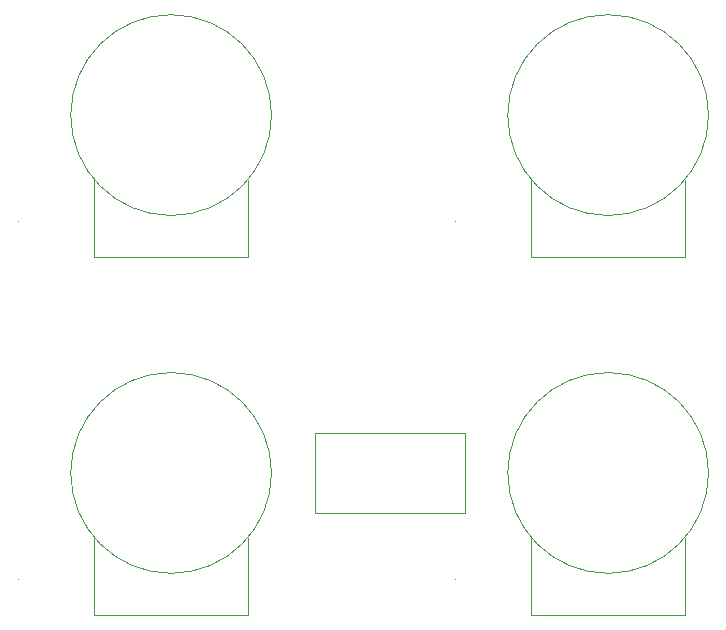
<source format=gbo>
%FSLAX46Y46*%
%MOMM*%
%ADD10C,0.050000*%
G01*
G01*
%LPD*%
D10*
X17500000Y55300000D02*
X4500000Y55300000D01*
D10*
X17500000Y61800000D02*
X17500000Y55300000D01*
D10*
X-2000000Y58300000D02*
X-2000000Y58300000D01*
D10*
X4500000Y55300000D02*
X4500000Y61800000D01*
D10*
X54500000Y25000000D02*
X41500000Y25000000D01*
D10*
X54500000Y31500000D02*
X54500000Y25000000D01*
D10*
X35000000Y28000000D02*
X35000000Y28000000D01*
D10*
X41500000Y25000000D02*
X41500000Y31500000D01*
D10*
X23150000Y33600000D02*
X35850000Y33600000D01*
D10*
X23150000Y40400000D02*
X23150000Y33600000D01*
D10*
X35850000Y33600000D02*
X35850000Y40400000D01*
D10*
X35850000Y40400000D02*
X23150000Y40400000D01*
D10*
X54500000Y55300000D02*
X41500000Y55300000D01*
D10*
X54500000Y61800000D02*
X54500000Y55300000D01*
D10*
X35000000Y58300000D02*
X35000000Y58300000D01*
D10*
X41500000Y55300000D02*
X41500000Y61800000D01*
D10*
X17500000Y25000000D02*
X4500000Y25000000D01*
D10*
X17500000Y31500000D02*
X17500000Y25000000D01*
D10*
X-2000000Y28000000D02*
X-2000000Y28000000D01*
D10*
X4500000Y25000000D02*
X4500000Y31500000D01*
G75*
G02*
D10*
X2500000Y67300000D02*
X19500000Y67300000I8500000J0D01*
G02*
D10*
X19500000Y67300000D02*
X2500000Y67300000I-8500000J0D01*
G02*
D10*
X39500000Y37000000D02*
X56500000Y37000000I8500000J0D01*
G02*
D10*
X56500000Y37000000D02*
X39500000Y37000000I-8500000J0D01*
G02*
D10*
X39500000Y67300000D02*
X56500000Y67300000I8500000J0D01*
G02*
D10*
X56500000Y67300000D02*
X39500000Y67300000I-8500000J0D01*
G02*
D10*
X2500000Y37000000D02*
X19500000Y37000000I8500000J0D01*
G02*
D10*
X19500000Y37000000D02*
X2500000Y37000000I-8500000J0D01*
M02*

</source>
